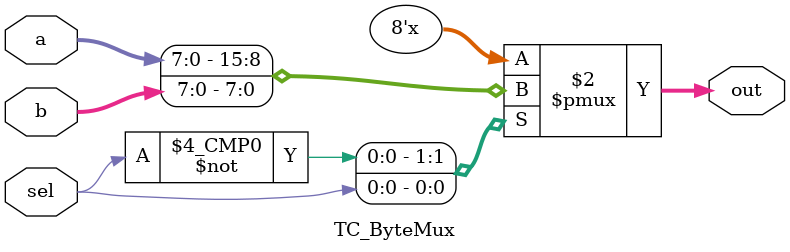
<source format=v>
module TC_ByteMux(sel, a, b, out);
    input sel;
    input [7:0] a;
    input [7:0] b;
    output reg [7:0] out;
    
    always @ (sel or a or b) begin
        case(sel)
        1'b0 : out <= a;
        1'b1 : out <= b;
        endcase
    end
endmodule


</source>
